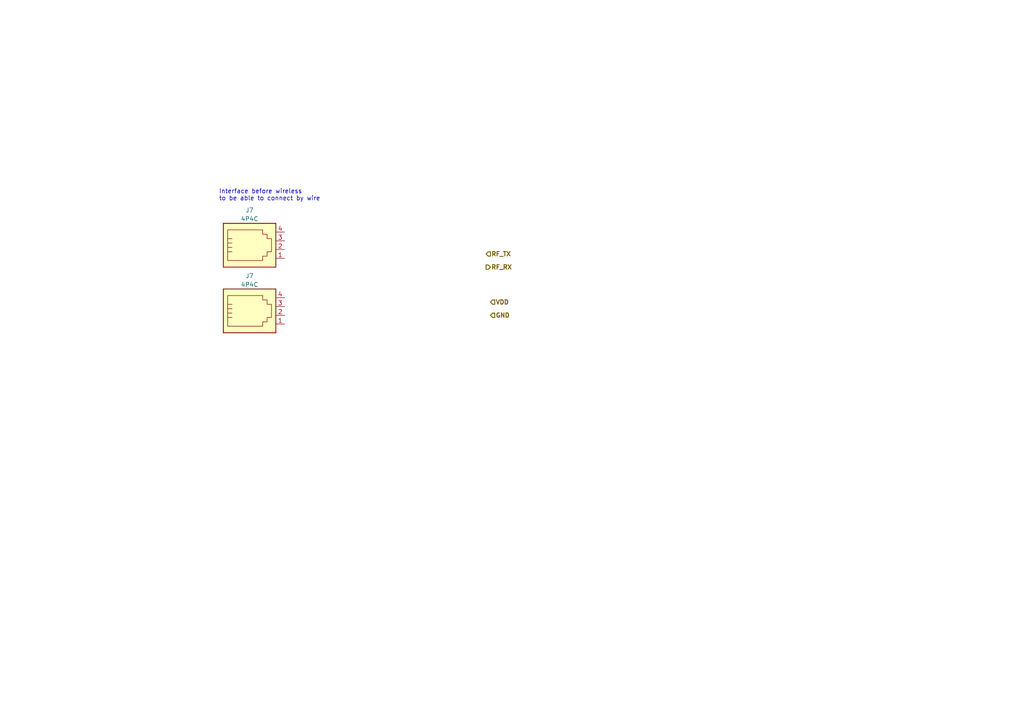
<source format=kicad_sch>
(kicad_sch (version 20230121) (generator eeschema)
  (paper "A4")
  (lib_symbols
    (symbol "Connector:4P4C" (pin_names (offset 1.016))
      (property "Reference" "J" (at -5.08 8.89 0))
      (property "Value" "4P4C" (at 2.54 8.89 0))
      (symbol "4P4C_0_1"
        (polyline (pts (xy -6.35 -0.635) (xy -5.08 -0.635) (xy -5.08 -0.635)))
        (polyline (pts (xy -6.35 0.635) (xy -5.08 0.635) (xy -5.08 0.635)))
        (polyline (pts (xy -6.35 1.905) (xy -5.08 1.905) (xy -5.08 1.905)))
        (polyline (pts (xy -6.35 3.175) (xy -5.08 3.175) (xy -5.08 3.175)))
        (polyline (pts (xy -6.35 -3.175) (xy -6.35 5.715) (xy -1.27 5.715) (xy 3.81 5.715) (xy 3.81 4.445) (xy 5.08 4.445) (xy 5.08 3.175) (xy 6.35 3.175) (xy 6.35 -0.635) (xy 5.08 -0.635) (xy 5.08 -1.905) (xy 3.81 -1.905) (xy 3.81 -3.175) (xy -6.35 -3.175) (xy -6.35 -3.175)))
        (rectangle (start 7.62 7.62) (end -7.62 -5.08) (stroke (width 0.254)) (fill (type background)))
      )
      (symbol "4P4C_1_1"
        (pin passive line (at 10.16 -2.54 180) (length 2.54) (name "~") (number "1"))
        (pin passive line (at 10.16 0 180) (length 2.54) (name "~") (number "2"))
        (pin passive line (at 10.16 2.54 180) (length 2.54) (name "~") (number "3"))
        (pin passive line (at 10.16 5.08 180) (length 2.54) (name "~") (number "4"))
      )
    )
  )
  (text "Interface before wireless\nto be able to connect by wire\n" (at 63.5 58.42 0) (effects (font (size 1.27 1.27)) (justify left bottom)))
  (hierarchical_label "RF_RX" (shape output) (at 140.97 77.47 0) (effects (font bold)))
  (hierarchical_label "RF_TX" (shape input) (at 140.97 73.66 0) (effects (font bold)))
  (hierarchical_label "VDD" (shape input) (at 142.24 87.63 0) (effects (font bold)))
  (hierarchical_label "GND" (shape input) (at 142.24 91.44 0) (effects (font bold)))
  (symbol (lib_id "Connector:4P4C") (at 72.39 72.39 0) (unit 1)
    (property "Reference" "J7" (at 72.39 60.96 0))
    (property "Value" "4P4C" (at 72.39 63.5 0))
    (property "Footprint" "Connector_RJ:RJ14_Connfly_DS1133-S4_Horizontal" (effects hide))
    (instances (project "stm32" (path "" (reference "J7") (unit 1)) (path "" (reference "J14") (unit 1))))
  )
  (symbol (lib_id "Connector:4P4C") (at 72.39 91.44 0) (unit 1)
    (property "Reference" "J7" (at 72.39 80.01 0))
    (property "Value" "4P4C" (at 72.39 82.55 0))
    (property "Footprint" "Connector_RJ:RJ14_Connfly_DS1133-S4_Horizontal" (effects hide))
    (instances (project "stm32" (path "" (reference "J7") (unit 1)) (path "" (reference "J15") (unit 1))))
  )
)
</source>
